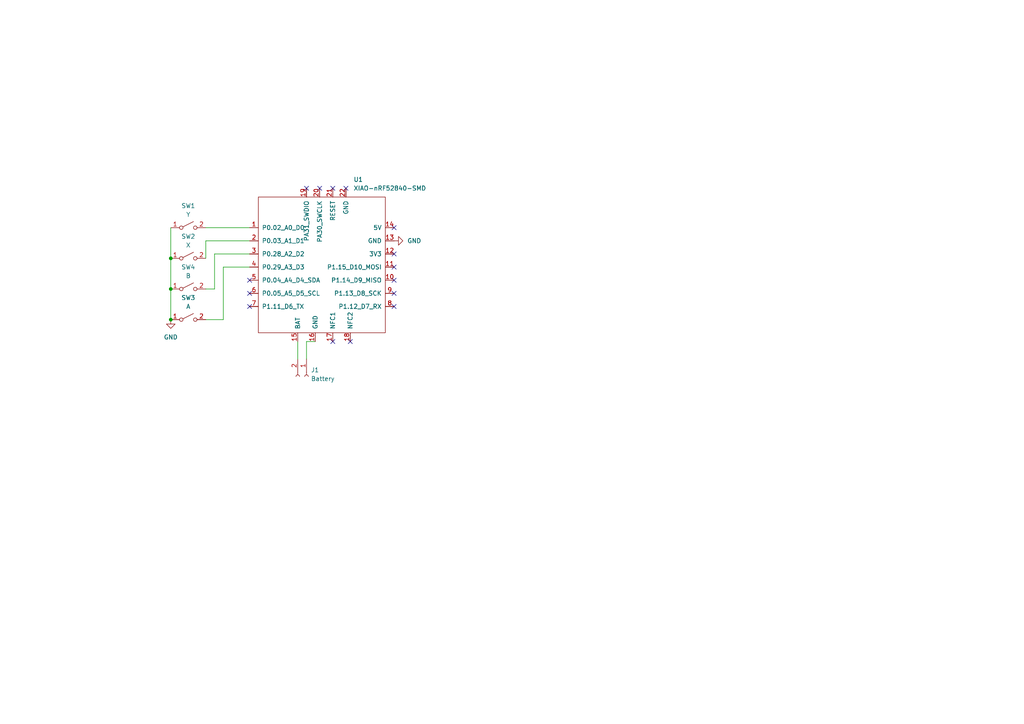
<source format=kicad_sch>
(kicad_sch
	(version 20231120)
	(generator "eeschema")
	(generator_version "8.0")
	(uuid "508866c3-91c5-4f75-9abc-235578fab658")
	(paper "A4")
	(lib_symbols
		(symbol "Connector:Conn_01x02_Socket"
			(pin_names
				(offset 1.016) hide)
			(exclude_from_sim no)
			(in_bom yes)
			(on_board yes)
			(property "Reference" "J"
				(at 0 2.54 0)
				(effects
					(font
						(size 1.27 1.27)
					)
				)
			)
			(property "Value" "Conn_01x02_Socket"
				(at 0 -5.08 0)
				(effects
					(font
						(size 1.27 1.27)
					)
				)
			)
			(property "Footprint" ""
				(at 0 0 0)
				(effects
					(font
						(size 1.27 1.27)
					)
					(hide yes)
				)
			)
			(property "Datasheet" "~"
				(at 0 0 0)
				(effects
					(font
						(size 1.27 1.27)
					)
					(hide yes)
				)
			)
			(property "Description" "Generic connector, single row, 01x02, script generated"
				(at 0 0 0)
				(effects
					(font
						(size 1.27 1.27)
					)
					(hide yes)
				)
			)
			(property "ki_locked" ""
				(at 0 0 0)
				(effects
					(font
						(size 1.27 1.27)
					)
				)
			)
			(property "ki_keywords" "connector"
				(at 0 0 0)
				(effects
					(font
						(size 1.27 1.27)
					)
					(hide yes)
				)
			)
			(property "ki_fp_filters" "Connector*:*_1x??_*"
				(at 0 0 0)
				(effects
					(font
						(size 1.27 1.27)
					)
					(hide yes)
				)
			)
			(symbol "Conn_01x02_Socket_1_1"
				(arc
					(start 0 -2.032)
					(mid -0.5058 -2.54)
					(end 0 -3.048)
					(stroke
						(width 0.1524)
						(type default)
					)
					(fill
						(type none)
					)
				)
				(polyline
					(pts
						(xy -1.27 -2.54) (xy -0.508 -2.54)
					)
					(stroke
						(width 0.1524)
						(type default)
					)
					(fill
						(type none)
					)
				)
				(polyline
					(pts
						(xy -1.27 0) (xy -0.508 0)
					)
					(stroke
						(width 0.1524)
						(type default)
					)
					(fill
						(type none)
					)
				)
				(arc
					(start 0 0.508)
					(mid -0.5058 0)
					(end 0 -0.508)
					(stroke
						(width 0.1524)
						(type default)
					)
					(fill
						(type none)
					)
				)
				(pin passive line
					(at -5.08 0 0)
					(length 3.81)
					(name "Pin_1"
						(effects
							(font
								(size 1.27 1.27)
							)
						)
					)
					(number "1"
						(effects
							(font
								(size 1.27 1.27)
							)
						)
					)
				)
				(pin passive line
					(at -5.08 -2.54 0)
					(length 3.81)
					(name "Pin_2"
						(effects
							(font
								(size 1.27 1.27)
							)
						)
					)
					(number "2"
						(effects
							(font
								(size 1.27 1.27)
							)
						)
					)
				)
			)
		)
		(symbol "Seeed_Studio_XIAO_Series:XIAO-nRF52840-SMD"
			(pin_names
				(offset 1.016)
			)
			(exclude_from_sim no)
			(in_bom yes)
			(on_board yes)
			(property "Reference" "U"
				(at -18.542 23.114 0)
				(effects
					(font
						(size 1.27 1.27)
					)
				)
			)
			(property "Value" "XIAO-nRF52840-SMD"
				(at -8.636 21.336 0)
				(effects
					(font
						(size 1.27 1.27)
					)
				)
			)
			(property "Footprint" ""
				(at -8.89 5.08 0)
				(effects
					(font
						(size 1.27 1.27)
					)
					(hide yes)
				)
			)
			(property "Datasheet" ""
				(at -8.89 5.08 0)
				(effects
					(font
						(size 1.27 1.27)
					)
					(hide yes)
				)
			)
			(property "Description" ""
				(at 0 0 0)
				(effects
					(font
						(size 1.27 1.27)
					)
					(hide yes)
				)
			)
			(symbol "XIAO-nRF52840-SMD_0_1"
				(rectangle
					(start -19.05 20.32)
					(end 17.78 -19.05)
					(stroke
						(width 0)
						(type default)
					)
					(fill
						(type none)
					)
				)
			)
			(symbol "XIAO-nRF52840-SMD_1_1"
				(pin passive line
					(at -21.59 11.43 0)
					(length 2.54)
					(name "P0.02_A0_D0"
						(effects
							(font
								(size 1.27 1.27)
							)
						)
					)
					(number "1"
						(effects
							(font
								(size 1.27 1.27)
							)
						)
					)
				)
				(pin passive line
					(at 20.32 -3.81 180)
					(length 2.54)
					(name "P1.14_D9_MISO"
						(effects
							(font
								(size 1.27 1.27)
							)
						)
					)
					(number "10"
						(effects
							(font
								(size 1.27 1.27)
							)
						)
					)
				)
				(pin passive line
					(at 20.32 0 180)
					(length 2.54)
					(name "P1.15_D10_MOSI"
						(effects
							(font
								(size 1.27 1.27)
							)
						)
					)
					(number "11"
						(effects
							(font
								(size 1.27 1.27)
							)
						)
					)
				)
				(pin passive line
					(at 20.32 3.81 180)
					(length 2.54)
					(name "3V3"
						(effects
							(font
								(size 1.27 1.27)
							)
						)
					)
					(number "12"
						(effects
							(font
								(size 1.27 1.27)
							)
						)
					)
				)
				(pin passive line
					(at 20.32 7.62 180)
					(length 2.54)
					(name "GND"
						(effects
							(font
								(size 1.27 1.27)
							)
						)
					)
					(number "13"
						(effects
							(font
								(size 1.27 1.27)
							)
						)
					)
				)
				(pin passive line
					(at 20.32 11.43 180)
					(length 2.54)
					(name "5V"
						(effects
							(font
								(size 1.27 1.27)
							)
						)
					)
					(number "14"
						(effects
							(font
								(size 1.27 1.27)
							)
						)
					)
				)
				(pin passive line
					(at -7.62 -21.59 90)
					(length 2.54)
					(name "BAT"
						(effects
							(font
								(size 1.27 1.27)
							)
						)
					)
					(number "15"
						(effects
							(font
								(size 1.27 1.27)
							)
						)
					)
				)
				(pin passive line
					(at -2.54 -21.59 90)
					(length 2.54)
					(name "GND"
						(effects
							(font
								(size 1.27 1.27)
							)
						)
					)
					(number "16"
						(effects
							(font
								(size 1.27 1.27)
							)
						)
					)
				)
				(pin passive line
					(at 2.54 -21.59 90)
					(length 2.54)
					(name "NFC1"
						(effects
							(font
								(size 1.27 1.27)
							)
						)
					)
					(number "17"
						(effects
							(font
								(size 1.27 1.27)
							)
						)
					)
				)
				(pin passive line
					(at 7.62 -21.59 90)
					(length 2.54)
					(name "NFC2"
						(effects
							(font
								(size 1.27 1.27)
							)
						)
					)
					(number "18"
						(effects
							(font
								(size 1.27 1.27)
							)
						)
					)
				)
				(pin passive line
					(at -5.08 22.86 270)
					(length 2.54)
					(name "PA31_SWDIO"
						(effects
							(font
								(size 1.27 1.27)
							)
						)
					)
					(number "19"
						(effects
							(font
								(size 1.27 1.27)
							)
						)
					)
				)
				(pin passive line
					(at -21.59 7.62 0)
					(length 2.54)
					(name "P0.03_A1_D1"
						(effects
							(font
								(size 1.27 1.27)
							)
						)
					)
					(number "2"
						(effects
							(font
								(size 1.27 1.27)
							)
						)
					)
				)
				(pin passive line
					(at -1.27 22.86 270)
					(length 2.54)
					(name "PA30_SWCLK"
						(effects
							(font
								(size 1.27 1.27)
							)
						)
					)
					(number "20"
						(effects
							(font
								(size 1.27 1.27)
							)
						)
					)
				)
				(pin passive line
					(at 2.54 22.86 270)
					(length 2.54)
					(name "RESET"
						(effects
							(font
								(size 1.27 1.27)
							)
						)
					)
					(number "21"
						(effects
							(font
								(size 1.27 1.27)
							)
						)
					)
				)
				(pin passive line
					(at 6.35 22.86 270)
					(length 2.54)
					(name "GND"
						(effects
							(font
								(size 1.27 1.27)
							)
						)
					)
					(number "22"
						(effects
							(font
								(size 1.27 1.27)
							)
						)
					)
				)
				(pin passive line
					(at -21.59 3.81 0)
					(length 2.54)
					(name "P0.28_A2_D2"
						(effects
							(font
								(size 1.27 1.27)
							)
						)
					)
					(number "3"
						(effects
							(font
								(size 1.27 1.27)
							)
						)
					)
				)
				(pin passive line
					(at -21.59 0 0)
					(length 2.54)
					(name "P0.29_A3_D3"
						(effects
							(font
								(size 1.27 1.27)
							)
						)
					)
					(number "4"
						(effects
							(font
								(size 1.27 1.27)
							)
						)
					)
				)
				(pin passive line
					(at -21.59 -3.81 0)
					(length 2.54)
					(name "P0.04_A4_D4_SDA"
						(effects
							(font
								(size 1.27 1.27)
							)
						)
					)
					(number "5"
						(effects
							(font
								(size 1.27 1.27)
							)
						)
					)
				)
				(pin passive line
					(at -21.59 -7.62 0)
					(length 2.54)
					(name "P0.05_A5_D5_SCL"
						(effects
							(font
								(size 1.27 1.27)
							)
						)
					)
					(number "6"
						(effects
							(font
								(size 1.27 1.27)
							)
						)
					)
				)
				(pin passive line
					(at -21.59 -11.43 0)
					(length 2.54)
					(name "P1.11_D6_TX"
						(effects
							(font
								(size 1.27 1.27)
							)
						)
					)
					(number "7"
						(effects
							(font
								(size 1.27 1.27)
							)
						)
					)
				)
				(pin passive line
					(at 20.32 -11.43 180)
					(length 2.54)
					(name "P1.12_D7_RX"
						(effects
							(font
								(size 1.27 1.27)
							)
						)
					)
					(number "8"
						(effects
							(font
								(size 1.27 1.27)
							)
						)
					)
				)
				(pin passive line
					(at 20.32 -7.62 180)
					(length 2.54)
					(name "P1.13_D8_SCK"
						(effects
							(font
								(size 1.27 1.27)
							)
						)
					)
					(number "9"
						(effects
							(font
								(size 1.27 1.27)
							)
						)
					)
				)
			)
		)
		(symbol "Switch:SW_SPST"
			(pin_names
				(offset 0) hide)
			(exclude_from_sim no)
			(in_bom yes)
			(on_board yes)
			(property "Reference" "SW"
				(at 0 3.175 0)
				(effects
					(font
						(size 1.27 1.27)
					)
				)
			)
			(property "Value" "SW_SPST"
				(at 0 -2.54 0)
				(effects
					(font
						(size 1.27 1.27)
					)
				)
			)
			(property "Footprint" ""
				(at 0 0 0)
				(effects
					(font
						(size 1.27 1.27)
					)
					(hide yes)
				)
			)
			(property "Datasheet" "~"
				(at 0 0 0)
				(effects
					(font
						(size 1.27 1.27)
					)
					(hide yes)
				)
			)
			(property "Description" "Single Pole Single Throw (SPST) switch"
				(at 0 0 0)
				(effects
					(font
						(size 1.27 1.27)
					)
					(hide yes)
				)
			)
			(property "ki_keywords" "switch lever"
				(at 0 0 0)
				(effects
					(font
						(size 1.27 1.27)
					)
					(hide yes)
				)
			)
			(symbol "SW_SPST_0_0"
				(circle
					(center -2.032 0)
					(radius 0.508)
					(stroke
						(width 0)
						(type default)
					)
					(fill
						(type none)
					)
				)
				(polyline
					(pts
						(xy -1.524 0.254) (xy 1.524 1.778)
					)
					(stroke
						(width 0)
						(type default)
					)
					(fill
						(type none)
					)
				)
				(circle
					(center 2.032 0)
					(radius 0.508)
					(stroke
						(width 0)
						(type default)
					)
					(fill
						(type none)
					)
				)
			)
			(symbol "SW_SPST_1_1"
				(pin passive line
					(at -5.08 0 0)
					(length 2.54)
					(name "A"
						(effects
							(font
								(size 1.27 1.27)
							)
						)
					)
					(number "1"
						(effects
							(font
								(size 1.27 1.27)
							)
						)
					)
				)
				(pin passive line
					(at 5.08 0 180)
					(length 2.54)
					(name "B"
						(effects
							(font
								(size 1.27 1.27)
							)
						)
					)
					(number "2"
						(effects
							(font
								(size 1.27 1.27)
							)
						)
					)
				)
			)
		)
		(symbol "power:GND"
			(power)
			(pin_numbers hide)
			(pin_names
				(offset 0) hide)
			(exclude_from_sim no)
			(in_bom yes)
			(on_board yes)
			(property "Reference" "#PWR"
				(at 0 -6.35 0)
				(effects
					(font
						(size 1.27 1.27)
					)
					(hide yes)
				)
			)
			(property "Value" "GND"
				(at 0 -3.81 0)
				(effects
					(font
						(size 1.27 1.27)
					)
				)
			)
			(property "Footprint" ""
				(at 0 0 0)
				(effects
					(font
						(size 1.27 1.27)
					)
					(hide yes)
				)
			)
			(property "Datasheet" ""
				(at 0 0 0)
				(effects
					(font
						(size 1.27 1.27)
					)
					(hide yes)
				)
			)
			(property "Description" "Power symbol creates a global label with name \"GND\" , ground"
				(at 0 0 0)
				(effects
					(font
						(size 1.27 1.27)
					)
					(hide yes)
				)
			)
			(property "ki_keywords" "global power"
				(at 0 0 0)
				(effects
					(font
						(size 1.27 1.27)
					)
					(hide yes)
				)
			)
			(symbol "GND_0_1"
				(polyline
					(pts
						(xy 0 0) (xy 0 -1.27) (xy 1.27 -1.27) (xy 0 -2.54) (xy -1.27 -1.27) (xy 0 -1.27)
					)
					(stroke
						(width 0)
						(type default)
					)
					(fill
						(type none)
					)
				)
			)
			(symbol "GND_1_1"
				(pin power_in line
					(at 0 0 270)
					(length 0)
					(name "~"
						(effects
							(font
								(size 1.27 1.27)
							)
						)
					)
					(number "1"
						(effects
							(font
								(size 1.27 1.27)
							)
						)
					)
				)
			)
		)
	)
	(junction
		(at 49.53 74.93)
		(diameter 0)
		(color 0 0 0 0)
		(uuid "1d0a8234-2cbf-4d93-af71-37cd08ceba05")
	)
	(junction
		(at 49.53 83.82)
		(diameter 0)
		(color 0 0 0 0)
		(uuid "43c2e531-67e9-4a32-b96d-094481b32c2c")
	)
	(junction
		(at 49.53 92.71)
		(diameter 0)
		(color 0 0 0 0)
		(uuid "89e60aa4-7717-4ca8-b28c-3d60327eaa21")
	)
	(no_connect
		(at 72.39 85.09)
		(uuid "07b62250-6e5c-457e-ac5e-17e569545b0a")
	)
	(no_connect
		(at 114.3 73.66)
		(uuid "26c5d06c-e381-4b4b-af2d-e6ca43928818")
	)
	(no_connect
		(at 96.52 99.06)
		(uuid "30376c59-4005-4fc2-861d-bd085ac5c566")
	)
	(no_connect
		(at 114.3 88.9)
		(uuid "54e36e5f-c73f-4a49-8f7b-e044c1940429")
	)
	(no_connect
		(at 101.6 99.06)
		(uuid "5ca87e10-4a02-4d95-a77d-e943a31f6ffe")
	)
	(no_connect
		(at 114.3 81.28)
		(uuid "680ea61d-afa4-4cf0-84c0-cd57de0b32da")
	)
	(no_connect
		(at 72.39 88.9)
		(uuid "6a3fa228-43b4-4d7e-b093-751e3ace1ac6")
	)
	(no_connect
		(at 100.33 54.61)
		(uuid "7a11c7f7-9163-4f76-b344-3aea1bdbf875")
	)
	(no_connect
		(at 114.3 85.09)
		(uuid "7fa74d68-dfcf-4e13-93e5-6c0125837287")
	)
	(no_connect
		(at 114.3 77.47)
		(uuid "b7df400c-6614-4c18-92f5-6c3880163960")
	)
	(no_connect
		(at 88.9 54.61)
		(uuid "c1d7a818-6485-426e-9afc-c01e2ccdfbfa")
	)
	(no_connect
		(at 92.71 54.61)
		(uuid "e3dc3a50-3911-48e4-8653-04ec47a8925d")
	)
	(no_connect
		(at 114.3 66.04)
		(uuid "f82e0ba0-6c0a-4de8-95fd-a78fbf37fb48")
	)
	(no_connect
		(at 96.52 54.61)
		(uuid "f9ab0c77-bc40-4f74-b471-ed2968163c1f")
	)
	(no_connect
		(at 72.39 81.28)
		(uuid "fbc15c66-65bd-4062-9273-04966218895a")
	)
	(wire
		(pts
			(xy 49.53 83.82) (xy 49.53 92.71)
		)
		(stroke
			(width 0)
			(type default)
		)
		(uuid "0e04f477-aa66-4972-b44c-b45ef2d91491")
	)
	(wire
		(pts
			(xy 88.9 99.06) (xy 91.44 99.06)
		)
		(stroke
			(width 0)
			(type default)
		)
		(uuid "0eb02ed3-4d9a-44ee-aef0-e8da8e45a2a6")
	)
	(wire
		(pts
			(xy 88.9 104.14) (xy 88.9 99.06)
		)
		(stroke
			(width 0)
			(type default)
		)
		(uuid "2f055593-f4e5-418b-afd0-7fee000def20")
	)
	(wire
		(pts
			(xy 64.77 77.47) (xy 64.77 92.71)
		)
		(stroke
			(width 0)
			(type default)
		)
		(uuid "41504a67-7e01-49f3-8d52-d7a4e70e0e04")
	)
	(wire
		(pts
			(xy 72.39 69.85) (xy 59.69 69.85)
		)
		(stroke
			(width 0)
			(type default)
		)
		(uuid "4811b9df-3368-4f9a-be01-32adc88fa55a")
	)
	(wire
		(pts
			(xy 64.77 92.71) (xy 59.69 92.71)
		)
		(stroke
			(width 0)
			(type default)
		)
		(uuid "579b0413-9dd3-4a53-a401-3a4b61b4db44")
	)
	(wire
		(pts
			(xy 59.69 69.85) (xy 59.69 74.93)
		)
		(stroke
			(width 0)
			(type default)
		)
		(uuid "5bc0445c-1723-4e81-91e9-db05a879201e")
	)
	(wire
		(pts
			(xy 59.69 66.04) (xy 72.39 66.04)
		)
		(stroke
			(width 0)
			(type default)
		)
		(uuid "8a579128-81a8-4dca-9dea-5605f7f7b93c")
	)
	(wire
		(pts
			(xy 62.23 73.66) (xy 62.23 83.82)
		)
		(stroke
			(width 0)
			(type default)
		)
		(uuid "971e0df1-cada-428f-9cef-df8143539ce9")
	)
	(wire
		(pts
			(xy 62.23 83.82) (xy 59.69 83.82)
		)
		(stroke
			(width 0)
			(type default)
		)
		(uuid "a840cbb3-5c48-4a5b-b5ff-666e989e0754")
	)
	(wire
		(pts
			(xy 49.53 74.93) (xy 49.53 83.82)
		)
		(stroke
			(width 0)
			(type default)
		)
		(uuid "b90feb0e-effb-489f-a318-975b900b6637")
	)
	(wire
		(pts
			(xy 72.39 77.47) (xy 64.77 77.47)
		)
		(stroke
			(width 0)
			(type default)
		)
		(uuid "c3e10390-3dd2-46e4-b6f9-8e5d8b3ad6ab")
	)
	(wire
		(pts
			(xy 72.39 73.66) (xy 62.23 73.66)
		)
		(stroke
			(width 0)
			(type default)
		)
		(uuid "d6ac068d-f276-4dc8-bf3f-25742fa35803")
	)
	(wire
		(pts
			(xy 49.53 66.04) (xy 49.53 74.93)
		)
		(stroke
			(width 0)
			(type default)
		)
		(uuid "d71c1570-4162-4505-9f6d-5b857207b32c")
	)
	(wire
		(pts
			(xy 86.36 99.06) (xy 86.36 104.14)
		)
		(stroke
			(width 0)
			(type default)
		)
		(uuid "f23787fe-5c2f-4150-a890-a01b6d446b06")
	)
	(symbol
		(lib_id "Seeed_Studio_XIAO_Series:XIAO-nRF52840-SMD")
		(at 93.98 77.47 0)
		(unit 1)
		(exclude_from_sim no)
		(in_bom yes)
		(on_board yes)
		(dnp no)
		(fields_autoplaced yes)
		(uuid "0c7cae84-ff33-4a4d-9729-f2e0dd76aab4")
		(property "Reference" "U1"
			(at 102.5241 52.07 0)
			(effects
				(font
					(size 1.27 1.27)
				)
				(justify left)
			)
		)
		(property "Value" "XIAO-nRF52840-SMD"
			(at 102.5241 54.61 0)
			(effects
				(font
					(size 1.27 1.27)
				)
				(justify left)
			)
		)
		(property "Footprint" "library:XIAO-nRF52840-SMD"
			(at 85.09 72.39 0)
			(effects
				(font
					(size 1.27 1.27)
				)
				(hide yes)
			)
		)
		(property "Datasheet" ""
			(at 85.09 72.39 0)
			(effects
				(font
					(size 1.27 1.27)
				)
				(hide yes)
			)
		)
		(property "Description" ""
			(at 93.98 77.47 0)
			(effects
				(font
					(size 1.27 1.27)
				)
				(hide yes)
			)
		)
		(pin "10"
			(uuid "3d45e21f-9eea-4f52-9bbe-6b42233c4f92")
		)
		(pin "19"
			(uuid "a56f2012-21df-45cb-8e63-dfe9088db67d")
		)
		(pin "15"
			(uuid "f62042a2-acd2-46ce-976b-6aff31e40395")
		)
		(pin "2"
			(uuid "dbe81f0f-a495-4740-9579-7f2d6c20f0b8")
		)
		(pin "22"
			(uuid "893002d0-9d45-417c-a247-cc34ab59a79f")
		)
		(pin "5"
			(uuid "9f136dbe-a416-426d-a267-b5e1c7ec34c4")
		)
		(pin "17"
			(uuid "19829293-ce4a-48cb-8692-b87c24bce173")
		)
		(pin "6"
			(uuid "75287d7f-4466-47cd-b97a-f265bb9a6f44")
		)
		(pin "14"
			(uuid "adf364c3-b1bf-46e0-9fd3-6d76565fc0ba")
		)
		(pin "12"
			(uuid "ba710a18-59a1-4a75-869f-1dfd2062aab6")
		)
		(pin "13"
			(uuid "dddf5cbf-a7a4-4658-a3ac-f54c22bb207e")
		)
		(pin "9"
			(uuid "606e0849-2a15-4677-b9bc-60b5e4f7dde9")
		)
		(pin "18"
			(uuid "86c00066-f09a-4b0d-8249-422cd448b286")
		)
		(pin "11"
			(uuid "2965ff7d-eb64-407a-be01-883796f20673")
		)
		(pin "21"
			(uuid "57172ef0-7cf2-4099-879a-31b492d9c9cb")
		)
		(pin "1"
			(uuid "10445561-b810-49f3-aeff-8da7e7714737")
		)
		(pin "4"
			(uuid "93dc6c9f-a101-4316-9740-e4d8b9aaee9d")
		)
		(pin "7"
			(uuid "1b018050-1efd-48d4-8602-74682306a1b5")
		)
		(pin "20"
			(uuid "136f3629-0ab4-4a2e-bed9-b08d9482973f")
		)
		(pin "16"
			(uuid "4ffbcb25-78e5-4621-8d0a-3c48f1e1e1fe")
		)
		(pin "3"
			(uuid "f308b4d2-cbd6-498a-8a8f-177fb3e047ee")
		)
		(pin "8"
			(uuid "e9342664-3fbe-47bd-b0ea-f9510057f475")
		)
		(instances
			(project ""
				(path "/508866c3-91c5-4f75-9abc-235578fab658"
					(reference "U1")
					(unit 1)
				)
			)
		)
	)
	(symbol
		(lib_id "power:GND")
		(at 49.53 92.71 0)
		(unit 1)
		(exclude_from_sim no)
		(in_bom yes)
		(on_board yes)
		(dnp no)
		(fields_autoplaced yes)
		(uuid "4e84cef8-d481-491b-be45-93520a2e59c8")
		(property "Reference" "#PWR01"
			(at 49.53 99.06 0)
			(effects
				(font
					(size 1.27 1.27)
				)
				(hide yes)
			)
		)
		(property "Value" "GND"
			(at 49.53 97.79 0)
			(effects
				(font
					(size 1.27 1.27)
				)
			)
		)
		(property "Footprint" ""
			(at 49.53 92.71 0)
			(effects
				(font
					(size 1.27 1.27)
				)
				(hide yes)
			)
		)
		(property "Datasheet" ""
			(at 49.53 92.71 0)
			(effects
				(font
					(size 1.27 1.27)
				)
				(hide yes)
			)
		)
		(property "Description" "Power symbol creates a global label with name \"GND\" , ground"
			(at 49.53 92.71 0)
			(effects
				(font
					(size 1.27 1.27)
				)
				(hide yes)
			)
		)
		(pin "1"
			(uuid "89b5c349-d5a6-4382-9475-8ea29c13255f")
		)
		(instances
			(project ""
				(path "/508866c3-91c5-4f75-9abc-235578fab658"
					(reference "#PWR01")
					(unit 1)
				)
			)
		)
	)
	(symbol
		(lib_id "Switch:SW_SPST")
		(at 54.61 66.04 0)
		(unit 1)
		(exclude_from_sim no)
		(in_bom yes)
		(on_board yes)
		(dnp no)
		(fields_autoplaced yes)
		(uuid "67e79522-7f73-4212-ae5e-45ff3c083b9d")
		(property "Reference" "SW1"
			(at 54.61 59.69 0)
			(effects
				(font
					(size 1.27 1.27)
				)
			)
		)
		(property "Value" "Y"
			(at 54.61 62.23 0)
			(effects
				(font
					(size 1.27 1.27)
				)
			)
		)
		(property "Footprint" "library:ABXY_Contact"
			(at 54.61 66.04 0)
			(effects
				(font
					(size 1.27 1.27)
				)
				(hide yes)
			)
		)
		(property "Datasheet" "~"
			(at 54.61 66.04 0)
			(effects
				(font
					(size 1.27 1.27)
				)
				(hide yes)
			)
		)
		(property "Description" "Single Pole Single Throw (SPST) switch"
			(at 54.61 66.04 0)
			(effects
				(font
					(size 1.27 1.27)
				)
				(hide yes)
			)
		)
		(pin "2"
			(uuid "24293ae8-be89-444a-87c8-70ed5887b41d")
		)
		(pin "1"
			(uuid "599ee23d-cf1c-460d-a7f7-2ae2bf8dddb4")
		)
		(instances
			(project ""
				(path "/508866c3-91c5-4f75-9abc-235578fab658"
					(reference "SW1")
					(unit 1)
				)
			)
		)
	)
	(symbol
		(lib_id "Switch:SW_SPST")
		(at 54.61 74.93 0)
		(unit 1)
		(exclude_from_sim no)
		(in_bom yes)
		(on_board yes)
		(dnp no)
		(fields_autoplaced yes)
		(uuid "7ad51ae5-1a76-442c-b2e5-37890755eaba")
		(property "Reference" "SW2"
			(at 54.61 68.58 0)
			(effects
				(font
					(size 1.27 1.27)
				)
			)
		)
		(property "Value" "X"
			(at 54.61 71.12 0)
			(effects
				(font
					(size 1.27 1.27)
				)
			)
		)
		(property "Footprint" "library:ABXY_Contact"
			(at 54.61 74.93 0)
			(effects
				(font
					(size 1.27 1.27)
				)
				(hide yes)
			)
		)
		(property "Datasheet" "~"
			(at 54.61 74.93 0)
			(effects
				(font
					(size 1.27 1.27)
				)
				(hide yes)
			)
		)
		(property "Description" "Single Pole Single Throw (SPST) switch"
			(at 54.61 74.93 0)
			(effects
				(font
					(size 1.27 1.27)
				)
				(hide yes)
			)
		)
		(pin "2"
			(uuid "ddf51b37-226b-4d52-8a50-b4c0623f1c73")
		)
		(pin "1"
			(uuid "4b3722d1-0314-4903-9cb7-532c7e0d789e")
		)
		(instances
			(project "gcbuttonble"
				(path "/508866c3-91c5-4f75-9abc-235578fab658"
					(reference "SW2")
					(unit 1)
				)
			)
		)
	)
	(symbol
		(lib_id "Connector:Conn_01x02_Socket")
		(at 88.9 109.22 270)
		(unit 1)
		(exclude_from_sim no)
		(in_bom yes)
		(on_board yes)
		(dnp no)
		(uuid "84121f05-e7c2-46dd-aa14-93119f523185")
		(property "Reference" "J1"
			(at 90.17 107.3149 90)
			(effects
				(font
					(size 1.27 1.27)
				)
				(justify left)
			)
		)
		(property "Value" "Battery"
			(at 90.17 109.8549 90)
			(effects
				(font
					(size 1.27 1.27)
				)
				(justify left)
			)
		)
		(property "Footprint" "library:1.25T-2PWT"
			(at 88.9 109.22 0)
			(effects
				(font
					(size 1.27 1.27)
				)
				(hide yes)
			)
		)
		(property "Datasheet" "~"
			(at 88.9 109.22 0)
			(effects
				(font
					(size 1.27 1.27)
				)
				(hide yes)
			)
		)
		(property "Description" "Generic connector, single row, 01x02, script generated"
			(at 88.9 109.22 0)
			(effects
				(font
					(size 1.27 1.27)
				)
				(hide yes)
			)
		)
		(pin "1"
			(uuid "f4828aa4-81a2-4594-9d8b-4bd683e18c26")
		)
		(pin "2"
			(uuid "34a82433-e3f1-4d64-bab7-8d3d92aa4c96")
		)
		(instances
			(project ""
				(path "/508866c3-91c5-4f75-9abc-235578fab658"
					(reference "J1")
					(unit 1)
				)
			)
		)
	)
	(symbol
		(lib_id "Switch:SW_SPST")
		(at 54.61 83.82 0)
		(unit 1)
		(exclude_from_sim no)
		(in_bom yes)
		(on_board yes)
		(dnp no)
		(fields_autoplaced yes)
		(uuid "b0cfd7d1-c4e9-4da1-a905-5e84e2442a6a")
		(property "Reference" "SW4"
			(at 54.61 77.47 0)
			(effects
				(font
					(size 1.27 1.27)
				)
			)
		)
		(property "Value" "B"
			(at 54.61 80.01 0)
			(effects
				(font
					(size 1.27 1.27)
				)
			)
		)
		(property "Footprint" "library:ABXY_Contact"
			(at 54.61 83.82 0)
			(effects
				(font
					(size 1.27 1.27)
				)
				(hide yes)
			)
		)
		(property "Datasheet" "~"
			(at 54.61 83.82 0)
			(effects
				(font
					(size 1.27 1.27)
				)
				(hide yes)
			)
		)
		(property "Description" "Single Pole Single Throw (SPST) switch"
			(at 54.61 83.82 0)
			(effects
				(font
					(size 1.27 1.27)
				)
				(hide yes)
			)
		)
		(pin "2"
			(uuid "dccea3e3-7589-4847-b2e6-db26dc798cc9")
		)
		(pin "1"
			(uuid "bcc128fd-e440-4945-84ff-a7b47cad2195")
		)
		(instances
			(project "gcbuttonble"
				(path "/508866c3-91c5-4f75-9abc-235578fab658"
					(reference "SW4")
					(unit 1)
				)
			)
		)
	)
	(symbol
		(lib_id "Switch:SW_SPST")
		(at 54.61 92.71 0)
		(unit 1)
		(exclude_from_sim no)
		(in_bom yes)
		(on_board yes)
		(dnp no)
		(fields_autoplaced yes)
		(uuid "c87e2321-5596-46ed-a295-c7ad1ea3c687")
		(property "Reference" "SW3"
			(at 54.61 86.36 0)
			(effects
				(font
					(size 1.27 1.27)
				)
			)
		)
		(property "Value" "A"
			(at 54.61 88.9 0)
			(effects
				(font
					(size 1.27 1.27)
				)
			)
		)
		(property "Footprint" "library:ABXY_Contact"
			(at 54.61 92.71 0)
			(effects
				(font
					(size 1.27 1.27)
				)
				(hide yes)
			)
		)
		(property "Datasheet" "~"
			(at 54.61 92.71 0)
			(effects
				(font
					(size 1.27 1.27)
				)
				(hide yes)
			)
		)
		(property "Description" "Single Pole Single Throw (SPST) switch"
			(at 54.61 92.71 0)
			(effects
				(font
					(size 1.27 1.27)
				)
				(hide yes)
			)
		)
		(pin "2"
			(uuid "11de4a73-038f-4507-94e6-dae8fafe7d0c")
		)
		(pin "1"
			(uuid "c028b1a4-fe02-4385-bbc2-5613e5980949")
		)
		(instances
			(project "gcbuttonble"
				(path "/508866c3-91c5-4f75-9abc-235578fab658"
					(reference "SW3")
					(unit 1)
				)
			)
		)
	)
	(symbol
		(lib_id "power:GND")
		(at 114.3 69.85 90)
		(unit 1)
		(exclude_from_sim no)
		(in_bom yes)
		(on_board yes)
		(dnp no)
		(fields_autoplaced yes)
		(uuid "fc6a6daa-dbf2-4c1f-97c4-11ebaea329e2")
		(property "Reference" "#PWR02"
			(at 120.65 69.85 0)
			(effects
				(font
					(size 1.27 1.27)
				)
				(hide yes)
			)
		)
		(property "Value" "GND"
			(at 118.11 69.8499 90)
			(effects
				(font
					(size 1.27 1.27)
				)
				(justify right)
			)
		)
		(property "Footprint" ""
			(at 114.3 69.85 0)
			(effects
				(font
					(size 1.27 1.27)
				)
				(hide yes)
			)
		)
		(property "Datasheet" ""
			(at 114.3 69.85 0)
			(effects
				(font
					(size 1.27 1.27)
				)
				(hide yes)
			)
		)
		(property "Description" "Power symbol creates a global label with name \"GND\" , ground"
			(at 114.3 69.85 0)
			(effects
				(font
					(size 1.27 1.27)
				)
				(hide yes)
			)
		)
		(pin "1"
			(uuid "e0b1c4c5-15cc-478a-a5ca-c946fb13c54a")
		)
		(instances
			(project "gcbuttonble"
				(path "/508866c3-91c5-4f75-9abc-235578fab658"
					(reference "#PWR02")
					(unit 1)
				)
			)
		)
	)
	(sheet_instances
		(path "/"
			(page "1")
		)
	)
)

</source>
